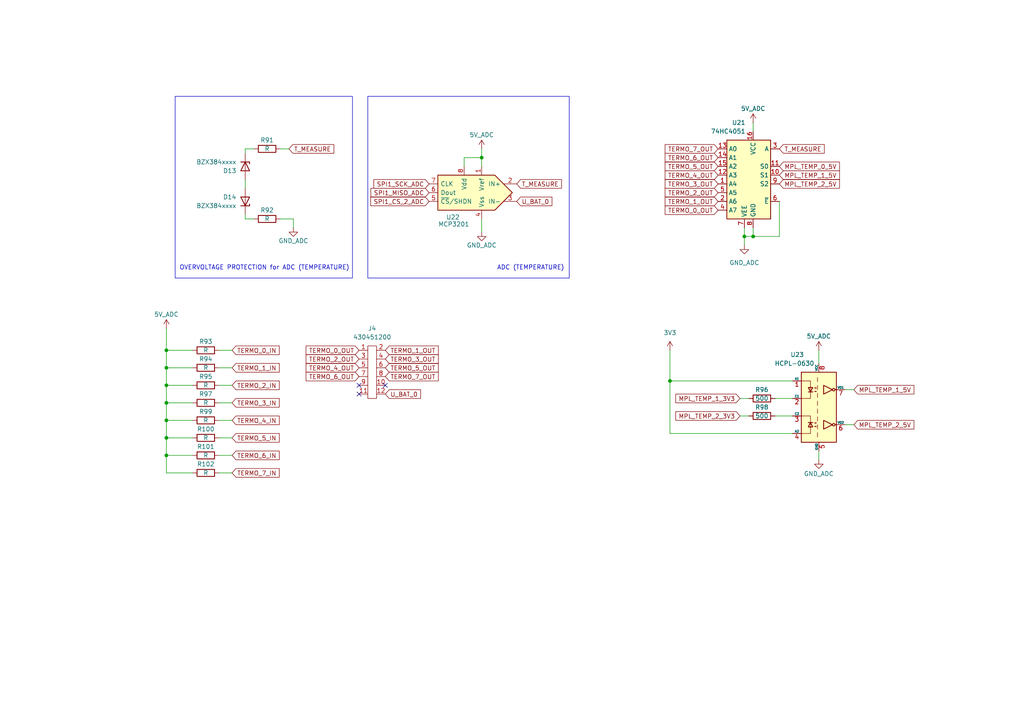
<source format=kicad_sch>
(kicad_sch (version 20250114) (generator "eeschema") (generator_version "9.0")
  (paper "A4")
  (lib_symbols
    (symbol "74xx:74HC4051"
      (property "Reference" "U" (at -5.08 11.43 0))
      (property "Value" "74HC4051" (at -7.62 -13.97 0))
      (symbol "74HC4051_0_1"
        (rectangle (start -5.08 10.16) (end 7.62 -12.7) (stroke (width 0.254)) (fill (type background)))
      )
      (symbol "74HC4051_1_1"
        (pin passive line (at -7.62 7.62 0) (length 2.54) (name "A") (number "3"))
        (pin input line (at -7.62 2.54 0) (length 2.54) (name "S0") (number "11"))
        (pin input line (at -7.62 0 0) (length 2.54) (name "S1") (number "10"))
        (pin input line (at -7.62 -2.54 0) (length 2.54) (name "S2") (number "9"))
        (pin input line (at -7.62 -7.62 0) (length 2.54) (name "~{E}") (number "6"))
        (pin power_in line (at 0 12.7 270) (length 2.54) (name "VCC") (number "16"))
        (pin power_in line (at 0 -15.24 90) (length 2.54) (name "GND") (number "8"))
        (pin power_in line (at 2.54 -15.24 90) (length 2.54) (name "VEE") (number "7"))
        (pin passive line (at 10.16 7.62 180) (length 2.54) (name "A0") (number "13"))
        (pin passive line (at 10.16 5.08 180) (length 2.54) (name "A1") (number "14"))
        (pin passive line (at 10.16 2.54 180) (length 2.54) (name "A2") (number "15"))
        (pin passive line (at 10.16 0 180) (length 2.54) (name "A3") (number "12"))
        (pin passive line (at 10.16 -2.54 180) (length 2.54) (name "A4") (number "1"))
        (pin passive line (at 10.16 -5.08 180) (length 2.54) (name "A5") (number "5"))
        (pin passive line (at 10.16 -7.62 180) (length 2.54) (name "A6") (number "2"))
        (pin passive line (at 10.16 -10.16 180) (length 2.54) (name "A7") (number "4"))
      )
    )
    (symbol "Analog_ADC:MCP3201" (pin_names (offset 0.762))
      (property "Reference" "U" (at 3.81 8.89 0))
      (property "Value" "MCP3201" (at 3.81 6.35 0))
      (symbol "MCP3201_0_0"
        (polyline (pts (xy -11.43 0) (xy -6.35 5.08) (xy 10.16 5.08) (xy 10.16 -5.08) (xy -6.35 -5.08) (xy -11.43 0)) (stroke (width 0.254)) (fill (type background)))
      )
      (symbol "MCP3201_1_1"
        (pin input line (at -12.7 2.54 0) (length 3.81) (name "IN+") (number "2"))
        (pin input line (at -12.7 -2.54 0) (length 3.81) (name "IN-") (number "3"))
        (pin power_in line (at -2.54 7.62 270) (length 2.54) (name "Vref") (number "1"))
        (pin power_in line (at -2.54 -7.62 90) (length 2.54) (name "Vss") (number "4"))
        (pin power_in line (at 2.54 7.62 270) (length 2.54) (name "Vdd") (number "8"))
        (pin input line (at 12.7 2.54 180) (length 2.54) (name "CLK") (number "7"))
        (pin output line (at 12.7 0 180) (length 2.54) (name "Dout") (number "6"))
        (pin input line (at 12.7 -2.54 180) (length 2.54) (name "~{CS}/SHDN") (number "5"))
      )
    )
    (symbol "Device:R" (pin_numbers (hide yes)) (pin_names (offset 0))
      (property "Reference" "R" (at 2.032 0 90))
      (property "Value" "R" (at 0 0 90))
      (symbol "R_0_1"
        (rectangle (start -1.016 -2.54) (end 1.016 2.54) (stroke (width 0.254)))
      )
      (symbol "R_1_1"
        (pin passive line (at 0 3.81 270) (length 1.27) (name "~") (number "1"))
        (pin passive line (at 0 -3.81 90) (length 1.27) (name "~") (number "2"))
      )
    )
    (symbol "Diode:BZX384xxxx" (pin_numbers (hide yes)) (pin_names (hide yes))
      (property "Reference" "D" (at 0 2.54 0))
      (property "Value" "BZX384xxxx" (at 0 -2.54 0))
      (symbol "BZX384xxxx_0_1"
        (polyline (pts (xy -1.27 -1.27) (xy -1.27 1.27) (xy -0.762 1.27)) (stroke (width 0.254)))
        (polyline (pts (xy 1.27 0) (xy -1.27 0)))
        (polyline (pts (xy 1.27 -1.27) (xy 1.27 1.27) (xy -1.27 0) (xy 1.27 -1.27)) (stroke (width 0.254)))
      )
      (symbol "BZX384xxxx_1_1"
        (pin passive line (at -3.81 0 0) (length 2.54) (name "K") (number "1"))
        (pin passive line (at 3.81 0 180) (length 2.54) (name "A") (number "2"))
      )
    )
    (symbol "Isolator:HCPL-0630" (pin_names (offset 0))
      (property "Reference" "U" (at -4.064 11.43 0))
      (property "Value" "HCPL-0630" (at 7.874 11.43 0))
      (symbol "HCPL-0630_0_1"
        (rectangle (start -5.08 10.16) (end 5.08 -10.16) (stroke (width 0.254)) (fill (type background)))
      )
      (symbol "HCPL-0630_1_1"
        (polyline (pts (xy -4.953 7.62) (xy -2.413 7.62) (xy -2.413 4.318)))
        (polyline (pts (xy -4.953 -7.62) (xy -2.413 -7.62) (xy -2.413 -5.715)))
        (polyline (pts (xy -3.048 4.445) (xy -1.778 4.445)) (stroke (width 0.254)))
        (polyline (pts (xy -3.048 -4.445) (xy -1.778 -4.445)) (stroke (width 0.254)))
        (polyline (pts (xy -2.413 4.445) (xy -2.413 2.54) (xy -4.953 2.54)))
        (polyline (pts (xy -2.413 4.445) (xy -3.048 5.715) (xy -1.778 5.715) (xy -2.413 4.445)) (stroke (width 0.254)))
        (polyline (pts (xy -2.413 -4.445) (xy -3.048 -5.715) (xy -1.778 -5.715) (xy -2.413 -4.445)) (stroke (width 0.254)))
        (polyline (pts (xy -2.413 -5.842) (xy -2.413 -2.54) (xy -4.953 -2.54)))
        (polyline (pts (xy -1.397 5.588) (xy -0.635 5.588) (xy -1.016 5.461) (xy -1.016 5.715) (xy -0.635 5.588)) (stroke (width 0.127)))
        (polyline (pts (xy -1.397 4.572) (xy -0.635 4.572) (xy -1.016 4.445) (xy -1.016 4.699) (xy -0.635 4.572)) (stroke (width 0.127)))
        (polyline (pts (xy -1.397 -4.572) (xy -0.635 -4.572) (xy -1.016 -4.699) (xy -1.016 -4.445) (xy -0.635 -4.572)) (stroke (width 0.127)))
        (polyline (pts (xy -1.397 -5.588) (xy -0.635 -5.588) (xy -1.016 -5.715) (xy -1.016 -5.461) (xy -0.635 -5.588)) (stroke (width 0.127)))
        (polyline (pts (xy -0.381 8.636) (xy -0.381 7.366)))
        (polyline (pts (xy -0.381 6.35) (xy -0.381 5.08)))
        (polyline (pts (xy -0.381 4.064) (xy -0.381 2.794)))
        (polyline (pts (xy -0.381 1.778) (xy -0.381 0.508)))
        (polyline (pts (xy -0.381 -0.508) (xy -0.381 -1.778)))
        (polyline (pts (xy -0.381 -2.794) (xy -0.381 -4.064)))
        (polyline (pts (xy -0.381 -5.08) (xy -0.381 -6.35)))
        (polyline (pts (xy -0.381 -7.366) (xy -0.381 -8.636)))
        (polyline (pts (xy 3.937 5.08) (xy 1.397 6.35) (xy 1.397 3.81) (xy 3.937 5.08)) (stroke (width 0.254)))
        (polyline (pts (xy 3.937 -5.08) (xy 1.397 -3.81) (xy 1.397 -6.35) (xy 3.937 -5.08)) (stroke (width 0.254)))
        (circle (center 4.318 5.08) (radius 0.3556) (stroke (width 0.254)))
        (circle (center 4.318 -5.08) (radius 0.3556) (stroke (width 0.254)))
        (polyline (pts (xy 4.699 5.08) (xy 5.334 5.08)) (stroke (width 0.254)))
        (polyline (pts (xy 4.699 -5.08) (xy 5.207 -5.08)) (stroke (width 0.254)))
        (pin passive line (at -7.62 7.62 0) (length 2.54) (name "A1") (number "1"))
        (pin passive line (at -7.62 2.54 0) (length 2.54) (name "C1") (number "2"))
        (pin passive line (at -7.62 -2.54 0) (length 2.54) (name "C2") (number "3"))
        (pin passive line (at -7.62 -7.62 0) (length 2.54) (name "A2") (number "4"))
        (pin power_in line (at 0 12.7 270) (length 2.54) (name "VCC") (number "8"))
        (pin power_in line (at 0 -12.7 90) (length 2.54) (name "GND") (number "5"))
        (pin open_collector line (at 7.62 5.08 180) (length 2.54) (name "VO1") (number "7"))
        (pin open_collector line (at 7.62 -5.08 180) (length 2.54) (name "VO2") (number "6"))
      )
    )
    (symbol "power:+1V1" (power) (pin_numbers (hide yes)) (pin_names (offset 0) (hide yes))
      (property "Value" "+1V1" (at 0 3.556 0))
      (symbol "+1V1_0_1"
        (polyline (pts (xy -0.762 1.27) (xy 0 2.54)))
        (polyline (pts (xy 0 2.54) (xy 0.762 1.27)))
        (polyline (pts (xy 0 0) (xy 0 2.54)))
      )
      (symbol "+1V1_1_1"
        (pin power_in line (at 0 0 90) (length 0) (name "~") (number "1"))
      )
    )
    (symbol "power:GND" (power) (pin_numbers (hide yes)) (pin_names (offset 0) (hide yes))
      (property "Value" "GND" (at 0 -3.81 0))
      (symbol "GND_0_1"
        (polyline (pts (xy 0 0) (xy 0 -1.27) (xy 1.27 -1.27) (xy 0 -2.54) (xy -1.27 -1.27) (xy 0 -1.27)))
      )
      (symbol "GND_1_1"
        (pin power_in line (at 0 0 270) (length 0) (name "~") (number "1"))
      )
    )
    (symbol "user_lib:430451200"
      (property "Reference" "J" (at 0 0.254 0))
      (property "Value" "430451200" (at 0 -1.27 0))
      (symbol "430451200_0_1"
        (rectangle (start -1.27 7.62) (end 1.27 -7.62))
      )
      (symbol "430451200_1_1"
        (pin input line (at -3.81 6.35 0) (length 2.54) (name "") (number "1"))
        (pin input line (at -3.81 3.81 0) (length 2.54) (name "") (number "3"))
        (pin input line (at -3.81 1.27 0) (length 2.54) (name "") (number "5"))
        (pin input line (at -3.81 -1.27 0) (length 2.54) (name "") (number "7"))
        (pin input line (at -3.81 -3.81 0) (length 2.54) (name "") (number "9"))
        (pin input line (at -3.81 -6.35 0) (length 2.54) (name "") (number "11"))
        (pin input line (at 3.81 6.35 180) (length 2.54) (name "") (number "2"))
        (pin input line (at 3.81 3.81 180) (length 2.54) (name "") (number "4"))
        (pin input line (at 3.81 1.27 180) (length 2.54) (name "") (number "6"))
        (pin input line (at 3.81 -1.27 180) (length 2.54) (name "") (number "8"))
        (pin input line (at 3.81 -3.81 180) (length 2.54) (name "") (number "10"))
        (pin input line (at 3.81 -6.35 180) (length 2.54) (name "") (number "12"))
      )
    )
  )
  (rectangle (start 50.8 27.94) (end 102.235 80.645))
  (rectangle (start 106.68 27.94) (end 165.1 80.645))
  (text "ADC (TEMPERATURE)" (at 153.924 77.724 0) (effects (font (size 1.27 1.27))))
  (text "OVERVOLTAGE PROTECTION for ADC (TEMPERATURE)" (at 76.708 77.724 0) (effects (font (size 1.27 1.27))))
  (junction (at 48.26 101.6))
  (junction (at 215.9 68.58))
  (junction (at 48.26 106.68))
  (junction (at 139.7 45.72))
  (junction (at 48.26 116.84))
  (junction (at 48.26 111.76))
  (junction (at 194.31 110.49))
  (junction (at 48.26 132.08))
  (junction (at 218.44 68.58))
  (junction (at 48.26 127))
  (junction (at 48.26 121.92))
  (no_connect (at 104.14 114.3))
  (no_connect (at 111.76 111.76))
  (no_connect (at 104.14 111.76))
  (wire (pts (xy 48.26 101.6) (xy 48.26 106.68)))
  (wire (pts (xy 134.62 45.72) (xy 139.7 45.72)))
  (wire (pts (xy 63.5 127) (xy 67.31 127)))
  (wire (pts (xy 71.12 63.5) (xy 73.66 63.5)))
  (wire (pts (xy 218.44 68.58) (xy 215.9 68.58)))
  (wire (pts (xy 48.26 132.08) (xy 55.88 132.08)))
  (wire (pts (xy 48.26 95.25) (xy 48.26 101.6)))
  (wire (pts (xy 71.12 43.18) (xy 71.12 44.45)))
  (wire (pts (xy 245.11 113.03) (xy 247.65 113.03)))
  (wire (pts (xy 134.62 45.72) (xy 134.62 48.26)))
  (wire (pts (xy 63.5 116.84) (xy 67.31 116.84)))
  (wire (pts (xy 247.65 123.19) (xy 245.11 123.19)))
  (wire (pts (xy 237.49 133.35) (xy 237.49 130.81)))
  (wire (pts (xy 214.63 120.65) (xy 217.17 120.65)))
  (wire (pts (xy 139.7 48.26) (xy 139.7 45.72)))
  (wire (pts (xy 48.26 121.92) (xy 55.88 121.92)))
  (wire (pts (xy 48.26 106.68) (xy 48.26 111.76)))
  (wire (pts (xy 218.44 66.04) (xy 218.44 68.58)))
  (wire (pts (xy 63.5 121.92) (xy 67.31 121.92)))
  (wire (pts (xy 224.79 120.65) (xy 229.87 120.65)))
  (wire (pts (xy 139.7 45.72) (xy 139.7 43.18)))
  (wire (pts (xy 48.26 116.84) (xy 48.26 121.92)))
  (wire (pts (xy 194.31 110.49) (xy 229.87 110.49)))
  (wire (pts (xy 71.12 52.07) (xy 71.12 54.61)))
  (wire (pts (xy 63.5 111.76) (xy 67.31 111.76)))
  (wire (pts (xy 48.26 137.16) (xy 55.88 137.16)))
  (wire (pts (xy 48.26 132.08) (xy 48.26 137.16)))
  (wire (pts (xy 218.44 35.56) (xy 218.44 38.1)))
  (wire (pts (xy 214.63 115.57) (xy 217.17 115.57)))
  (wire (pts (xy 48.26 111.76) (xy 55.88 111.76)))
  (wire (pts (xy 215.9 68.58) (xy 215.9 71.12)))
  (wire (pts (xy 85.09 63.5) (xy 85.09 66.04)))
  (wire (pts (xy 48.26 111.76) (xy 48.26 116.84)))
  (wire (pts (xy 63.5 106.68) (xy 67.31 106.68)))
  (wire (pts (xy 71.12 43.18) (xy 73.66 43.18)))
  (wire (pts (xy 229.87 125.73) (xy 194.31 125.73)))
  (wire (pts (xy 48.26 106.68) (xy 55.88 106.68)))
  (wire (pts (xy 48.26 121.92) (xy 48.26 127)))
  (wire (pts (xy 81.28 43.18) (xy 83.82 43.18)))
  (wire (pts (xy 48.26 116.84) (xy 55.88 116.84)))
  (wire (pts (xy 63.5 132.08) (xy 67.31 132.08)))
  (wire (pts (xy 215.9 68.58) (xy 215.9 66.04)))
  (wire (pts (xy 224.79 115.57) (xy 229.87 115.57)))
  (wire (pts (xy 71.12 63.5) (xy 71.12 62.23)))
  (wire (pts (xy 63.5 137.16) (xy 67.31 137.16)))
  (wire (pts (xy 194.31 110.49) (xy 194.31 125.73)))
  (wire (pts (xy 81.28 63.5) (xy 85.09 63.5)))
  (wire (pts (xy 63.5 101.6) (xy 67.31 101.6)))
  (wire (pts (xy 237.49 101.6) (xy 237.49 105.41)))
  (wire (pts (xy 194.31 101.6) (xy 194.31 110.49)))
  (wire (pts (xy 48.26 101.6) (xy 55.88 101.6)))
  (wire (pts (xy 226.06 58.42) (xy 226.06 68.58)))
  (wire (pts (xy 48.26 127) (xy 48.26 132.08)))
  (wire (pts (xy 48.26 127) (xy 55.88 127)))
  (wire (pts (xy 139.7 63.5) (xy 139.7 67.31)))
  (wire (pts (xy 226.06 68.58) (xy 218.44 68.58)))
  (global_label "MPL_TEMP_2_5V" (shape input) (at 247.65 123.19 0) (property "Intersheetrefs" "${INTERSHEET_REFS}" (at 265.6331 123.19 0) (effects (justify left))))
  (global_label "TERMO_6_OUT" (shape input) (at 104.14 109.22 180) (property "Intersheetrefs" "${INTERSHEET_REFS}" (at 88.213 109.22 0) (effects (justify right))))
  (global_label "U_BAT_0" (shape input) (at 149.86 58.42 0) (property "Intersheetrefs" "${INTERSHEET_REFS}" (at 160.6466 58.42 0) (effects (justify left))))
  (global_label "SPI1_SCK_ADC" (shape input) (at 124.46 53.34 180) (property "Intersheetrefs" "${INTERSHEET_REFS}" (at 107.8677 53.34 0) (effects (justify right))))
  (global_label "MPL_TEMP_1_5V" (shape input) (at 226.06 50.8 0) (property "Intersheetrefs" "${INTERSHEET_REFS}" (at 244.0431 50.8 0) (effects (justify left))))
  (global_label "MPL_TEMP_1_5V" (shape input) (at 247.65 113.03 0) (property "Intersheetrefs" "${INTERSHEET_REFS}" (at 265.6331 113.03 0) (effects (justify left))))
  (global_label "TERMO_2_OUT" (shape input) (at 208.28 55.88 180) (property "Intersheetrefs" "${INTERSHEET_REFS}" (at 192.353 55.88 0) (effects (justify right))))
  (global_label "TERMO_0_OUT" (shape input) (at 208.28 60.96 180) (property "Intersheetrefs" "${INTERSHEET_REFS}" (at 192.353 60.96 0) (effects (justify right))))
  (global_label "TERMO_4_OUT" (shape input) (at 208.28 50.8 180) (property "Intersheetrefs" "${INTERSHEET_REFS}" (at 192.353 50.8 0) (effects (justify right))))
  (global_label "TERMO_1_OUT" (shape input) (at 208.28 58.42 180) (property "Intersheetrefs" "${INTERSHEET_REFS}" (at 192.353 58.42 0) (effects (justify right))))
  (global_label "MPL_TEMP_0_5V" (shape input) (at 226.06 48.26 0) (property "Intersheetrefs" "${INTERSHEET_REFS}" (at 244.0431 48.26 0) (effects (justify left))))
  (global_label "MPL_TEMP_2_5V" (shape input) (at 226.06 53.34 0) (property "Intersheetrefs" "${INTERSHEET_REFS}" (at 244.0431 53.34 0) (effects (justify left))))
  (global_label "U_BAT_0" (shape input) (at 111.76 114.3 0) (property "Intersheetrefs" "${INTERSHEET_REFS}" (at 122.5466 114.3 0) (effects (justify left))))
  (global_label "SPI1_MISO_ADC" (shape input) (at 124.46 55.88 180) (property "Intersheetrefs" "${INTERSHEET_REFS}" (at 107.021 55.88 0) (effects (justify right))))
  (global_label "TERMO_1_OUT" (shape input) (at 111.76 101.6 0) (property "Intersheetrefs" "${INTERSHEET_REFS}" (at 127.687 101.6 0) (effects (justify left))))
  (global_label "TERMO_7_OUT" (shape input) (at 208.28 43.18 180) (property "Intersheetrefs" "${INTERSHEET_REFS}" (at 192.353 43.18 0) (effects (justify right))))
  (global_label "TERMO_7_IN" (shape input) (at 67.31 137.16 0) (property "Intersheetrefs" "${INTERSHEET_REFS}" (at 81.5437 137.16 0) (effects (justify left))))
  (global_label "TERMO_5_OUT" (shape input) (at 208.28 48.26 180) (property "Intersheetrefs" "${INTERSHEET_REFS}" (at 192.353 48.26 0) (effects (justify right))))
  (global_label "TERMO_2_OUT" (shape input) (at 104.14 104.14 180) (property "Intersheetrefs" "${INTERSHEET_REFS}" (at 88.213 104.14 0) (effects (justify right))))
  (global_label "TERMO_2_IN" (shape input) (at 67.31 111.76 0) (property "Intersheetrefs" "${INTERSHEET_REFS}" (at 81.5437 111.76 0) (effects (justify left))))
  (global_label "TERMO_3_OUT" (shape input) (at 111.76 104.14 0) (property "Intersheetrefs" "${INTERSHEET_REFS}" (at 127.687 104.14 0) (effects (justify left))))
  (global_label "SPI1_CS_2_ADC" (shape input) (at 124.46 58.42 180) (property "Intersheetrefs" "${INTERSHEET_REFS}" (at 106.9606 58.42 0) (effects (justify right))))
  (global_label "T_MEASURE" (shape input) (at 83.82 43.18 0) (property "Intersheetrefs" "${INTERSHEET_REFS}" (at 97.3884 43.18 0) (effects (justify left))))
  (global_label "T_MEASURE" (shape input) (at 149.86 53.34 0) (property "Intersheetrefs" "${INTERSHEET_REFS}" (at 163.4284 53.34 0) (effects (justify left))))
  (global_label "MPL_TEMP_1_3V3" (shape input) (at 214.63 115.57 180) (property "Intersheetrefs" "${INTERSHEET_REFS}" (at 195.4374 115.57 0) (effects (justify right))))
  (global_label "TERMO_0_IN" (shape input) (at 67.31 101.6 0) (property "Intersheetrefs" "${INTERSHEET_REFS}" (at 81.5437 101.6 0) (effects (justify left))))
  (global_label "TERMO_4_IN" (shape input) (at 67.31 121.92 0) (property "Intersheetrefs" "${INTERSHEET_REFS}" (at 81.5437 121.92 0) (effects (justify left))))
  (global_label "TERMO_6_OUT" (shape input) (at 208.28 45.72 180) (property "Intersheetrefs" "${INTERSHEET_REFS}" (at 192.353 45.72 0) (effects (justify right))))
  (global_label "TERMO_0_OUT" (shape input) (at 104.14 101.6 180) (property "Intersheetrefs" "${INTERSHEET_REFS}" (at 88.213 101.6 0) (effects (justify right))))
  (global_label "T_MEASURE" (shape input) (at 226.06 43.18 0) (property "Intersheetrefs" "${INTERSHEET_REFS}" (at 239.6284 43.18 0) (effects (justify left))))
  (global_label "TERMO_4_OUT" (shape input) (at 104.14 106.68 180) (property "Intersheetrefs" "${INTERSHEET_REFS}" (at 88.213 106.68 0) (effects (justify right))))
  (global_label "TERMO_5_IN" (shape input) (at 67.31 127 0) (property "Intersheetrefs" "${INTERSHEET_REFS}" (at 81.5437 127 0) (effects (justify left))))
  (global_label "TERMO_3_IN" (shape input) (at 67.31 116.84 0) (property "Intersheetrefs" "${INTERSHEET_REFS}" (at 81.5437 116.84 0) (effects (justify left))))
  (global_label "TERMO_7_OUT" (shape input) (at 111.76 109.22 0) (property "Intersheetrefs" "${INTERSHEET_REFS}" (at 127.687 109.22 0) (effects (justify left))))
  (global_label "MPL_TEMP_2_3V3" (shape input) (at 214.63 120.65 180) (property "Intersheetrefs" "${INTERSHEET_REFS}" (at 195.4374 120.65 0) (effects (justify right))))
  (global_label "TERMO_6_IN" (shape input) (at 67.31 132.08 0) (property "Intersheetrefs" "${INTERSHEET_REFS}" (at 81.5437 132.08 0) (effects (justify left))))
  (global_label "TERMO_1_IN" (shape input) (at 67.31 106.68 0) (property "Intersheetrefs" "${INTERSHEET_REFS}" (at 81.5437 106.68 0) (effects (justify left))))
  (global_label "TERMO_3_OUT" (shape input) (at 208.28 53.34 180) (property "Intersheetrefs" "${INTERSHEET_REFS}" (at 192.353 53.34 0) (effects (justify right))))
  (global_label "TERMO_5_OUT" (shape input) (at 111.76 106.68 0) (property "Intersheetrefs" "${INTERSHEET_REFS}" (at 127.687 106.68 0) (effects (justify left))))
  (symbol (lib_id "Analog_ADC:MCP3201") (at 137.16 55.88 0) (mirror y) (unit 1)
    (property "Reference" "U22" (at 133.35 62.992 0) (effects (justify left)))
    (property "Value" "MCP3201" (at 136.144 65.024 0) (effects (justify left)))
    (property "Footprint" "Package_SO:SO-8_3.9x4.9mm_P1.27mm" (effects (hide yes)))
    (property "Datasheet" "http://ww1.microchip.com/downloads/en/DeviceDoc/21290D.pdf" (effects (hide yes)))
    (property "Description" "2.7V 12-Bit A/D Converter with SPI™ Serial Interface, PDIP-8/SOIC-8/MSOP-8/TSSOP-8" (effects (hide yes)))
  )
  (symbol (lib_id "Device:R") (at 59.69 121.92 90) (unit 1)
    (property "Reference" "R99" (at 59.69 119.38 90))
    (property "Value" "R" (at 59.69 121.92 90))
    (property "Footprint" "Resistor_SMD:R_0603_1608Metric" (effects (hide yes)))
    (property "Мин. кол-во" "1000" (effects (hide yes)))
    (property "Ссылка" "https://www.promelec.ru/product/344748/" (effects (hide yes)))
    (property "Цена" "1" (effects (hide yes)))
    (property "Человекопонятное название" "Толстопленочный ЧИП-резистор 0603 10кОм" (effects (hide yes)))
  )
  (symbol (lib_id "Diode:BZX384xxxx") (at 71.12 48.26 270) (unit 1)
    (property "Reference" "D13" (at 68.58 49.5301 90) (effects (justify right)))
    (property "Value" "BZX384xxxx" (at 68.58 46.9901 90) (effects (justify right)))
    (property "Footprint" "Diode_SMD:D_SOD-323_HandSoldering" (effects (hide yes)))
    (property "Datasheet" "https://www.vishay.com/docs/85764/bzx384.pdf" (effects (hide yes)))
    (property "Description" "300mW Zener Diode, SOD-323" (effects (hide yes)))
  )
  (symbol (lib_id "power:GND") (at 85.09 66.04 0) (unit 1)
    (property "Reference" "#PWR059" (effects (hide yes)))
    (property "Value" "GND_ADC" (at 80.772 69.85 0) (effects (justify left)))
    (property "Description" "Power symbol creates a global label with name \"GND\" , ground" (effects (hide yes)))
  )
  (symbol (lib_id "power:+1V1") (at 194.31 101.6 0) (unit 1)
    (property "Reference" "#PWR063" (effects (hide yes)))
    (property "Value" "3V3" (at 194.31 96.52 0))
    (property "Description" "Power symbol creates a global label with name \"+1V1\"" (effects (hide yes)))
  )
  (symbol (lib_id "74xx:74HC4051") (at 218.44 50.8 0) (mirror y) (unit 1)
    (property "Reference" "U21" (at 216.2459 35.56 0) (effects (justify left)))
    (property "Value" "74HC4051" (at 216.2459 38.1 0) (effects (justify left)))
    (property "Footprint" "Package_SO:TSSOP-16_4.4x5mm_P0.65mm" (effects (hide yes)))
    (property "Datasheet" "http://www.ti.com/lit/ds/symlink/cd74hc4051.pdf" (effects (hide yes)))
    (property "Description" "8-channel analog multiplexer/demultiplexer, DIP-16/SOIC-16/TSSOP-16" (effects (hide yes)))
  )
  (symbol (lib_id "Device:R") (at 220.98 120.65 90) (unit 1)
    (property "Reference" "R98" (at 220.98 118.11 90))
    (property "Value" "500" (at 220.98 120.65 90))
    (property "Footprint" "Resistor_SMD:R_0603_1608Metric" (effects (hide yes)))
    (property "Мин. кол-во" "1000" (effects (hide yes)))
    (property "Ссылка" "https://www.promelec.ru/product/344748/" (effects (hide yes)))
    (property "Цена" "1" (effects (hide yes)))
    (property "Человекопонятное название" "Толстопленочный ЧИП-резистор 0603 10кОм" (effects (hide yes)))
  )
  (symbol (lib_id "power:GND") (at 139.7 67.31 0) (unit 1)
    (property "Reference" "#PWR060" (effects (hide yes)))
    (property "Value" "GND_ADC" (at 135.382 71.12 0) (effects (justify left)))
    (property "Description" "Power symbol creates a global label with name \"GND\" , ground" (effects (hide yes)))
  )
  (symbol (lib_id "power:+1V1") (at 237.49 101.6 0) (mirror y) (unit 1)
    (property "Reference" "#PWR064" (effects (hide yes)))
    (property "Value" "5V_ADC" (at 241.046 97.536 0) (effects (justify left)))
    (property "Description" "Power symbol creates a global label with name \"+1V1\"" (effects (hide yes)))
  )
  (symbol (lib_id "power:+1V1") (at 218.44 35.56 0) (unit 1)
    (property "Reference" "#PWR057" (effects (hide yes)))
    (property "Value" "5V_ADC" (at 214.884 31.496 0) (effects (justify left)))
    (property "Description" "Power symbol creates a global label with name \"+1V1\"" (effects (hide yes)))
  )
  (symbol (lib_id "Device:R") (at 77.47 63.5 90) (unit 1)
    (property "Reference" "R92" (at 77.47 60.96 90))
    (property "Value" "R" (at 77.47 63.5 90))
    (property "Footprint" "Resistor_SMD:R_0603_1608Metric" (effects (hide yes)))
    (property "Мин. кол-во" "1000" (effects (hide yes)))
    (property "Ссылка" "https://www.promelec.ru/product/344748/" (effects (hide yes)))
    (property "Цена" "1" (effects (hide yes)))
    (property "Человекопонятное название" "Толстопленочный ЧИП-резистор 0603 10кОм" (effects (hide yes)))
  )
  (symbol (lib_id "Isolator:HCPL-0630") (at 237.49 118.11 0) (unit 1)
    (property "Reference" "U23" (at 229.235 102.87 0) (effects (justify left)))
    (property "Value" "HCPL-0630" (at 224.663 105.41 0) (effects (justify left)))
    (property "Footprint" "Package_SO:SOIC-8_3.9x4.9mm_P1.27mm" (effects (hide yes)))
    (property "Datasheet" "https://docs.broadcom.com/docs/AV02-0940EN" (effects (hide yes)))
    (property "Description" "Dual High Speed LSTTL/TTL Compatible Optocoupler, dV/dt 5000/us, VCM 1000, max 7V VCC, SOIC-8" (effects (hide yes)))
  )
  (symbol (lib_id "user_lib:430451200") (at 107.95 107.95 0) (unit 1)
    (property "Reference" "J4" (at 107.95 95.25 0))
    (property "Value" "430451200" (at 107.95 97.79 0))
    (property "Footprint" "Connector_Molex:Molex_Micro-Fit_3.0_43045-1200_2x06_P3.00mm_Horizontal" (effects (hide yes)))
  )
  (symbol (lib_id "Device:R") (at 77.47 43.18 90) (unit 1)
    (property "Reference" "R91" (at 77.47 40.64 90))
    (property "Value" "R" (at 77.47 43.18 90))
    (property "Footprint" "Resistor_SMD:R_0603_1608Metric" (effects (hide yes)))
    (property "Мин. кол-во" "1000" (effects (hide yes)))
    (property "Ссылка" "https://www.promelec.ru/product/344748/" (effects (hide yes)))
    (property "Цена" "1" (effects (hide yes)))
    (property "Человекопонятное название" "Толстопленочный ЧИП-резистор 0603 10кОм" (effects (hide yes)))
  )
  (symbol (lib_id "Diode:BZX384xxxx") (at 71.12 58.42 270) (mirror x) (unit 1)
    (property "Reference" "D14" (at 68.58 57.1499 90) (effects (justify right)))
    (property "Value" "BZX384xxxx" (at 68.58 59.6899 90) (effects (justify right)))
    (property "Footprint" "Diode_SMD:D_SOD-323_HandSoldering" (effects (hide yes)))
    (property "Datasheet" "https://www.vishay.com/docs/85764/bzx384.pdf" (effects (hide yes)))
    (property "Description" "300mW Zener Diode, SOD-323" (effects (hide yes)))
  )
  (symbol (lib_id "Device:R") (at 59.69 106.68 90) (unit 1)
    (property "Reference" "R94" (at 59.69 104.14 90))
    (property "Value" "R" (at 59.69 106.68 90))
    (property "Footprint" "Resistor_SMD:R_0603_1608Metric" (effects (hide yes)))
    (property "Мин. кол-во" "1000" (effects (hide yes)))
    (property "Ссылка" "https://www.promelec.ru/product/344748/" (effects (hide yes)))
    (property "Цена" "1" (effects (hide yes)))
    (property "Человекопонятное название" "Толстопленочный ЧИП-резистор 0603 10кОм" (effects (hide yes)))
  )
  (symbol (lib_id "Device:R") (at 59.69 132.08 90) (unit 1)
    (property "Reference" "R101" (at 59.69 129.54 90))
    (property "Value" "R" (at 59.69 132.08 90))
    (property "Footprint" "Resistor_SMD:R_0603_1608Metric" (effects (hide yes)))
    (property "Мин. кол-во" "1000" (effects (hide yes)))
    (property "Ссылка" "https://www.promelec.ru/product/344748/" (effects (hide yes)))
    (property "Цена" "1" (effects (hide yes)))
    (property "Человекопонятное название" "Толстопленочный ЧИП-резистор 0603 10кОм" (effects (hide yes)))
  )
  (symbol (lib_id "power:+1V1") (at 139.7 43.18 0) (unit 1)
    (property "Reference" "#PWR058" (effects (hide yes)))
    (property "Value" "5V_ADC" (at 136.144 39.116 0) (effects (justify left)))
    (property "Description" "Power symbol creates a global label with name \"+1V1\"" (effects (hide yes)))
  )
  (symbol (lib_id "power:GND") (at 215.9 71.12 0) (unit 1)
    (property "Reference" "#PWR061" (effects (hide yes)))
    (property "Value" "GND_ADC" (at 215.9 76.2 0))
    (property "Description" "Power symbol creates a global label with name \"GND\" , ground" (effects (hide yes)))
  )
  (symbol (lib_id "Device:R") (at 220.98 115.57 90) (unit 1)
    (property "Reference" "R96" (at 220.98 113.03 90))
    (property "Value" "500" (at 220.98 115.57 90))
    (property "Footprint" "Resistor_SMD:R_0603_1608Metric" (effects (hide yes)))
    (property "Мин. кол-во" "1000" (effects (hide yes)))
    (property "Ссылка" "https://www.promelec.ru/product/344748/" (effects (hide yes)))
    (property "Цена" "1" (effects (hide yes)))
    (property "Человекопонятное название" "Толстопленочный ЧИП-резистор 0603 10кОм" (effects (hide yes)))
  )
  (symbol (lib_id "Device:R") (at 59.69 111.76 90) (unit 1)
    (property "Reference" "R95" (at 59.69 109.22 90))
    (property "Value" "R" (at 59.69 111.76 90))
    (property "Footprint" "Resistor_SMD:R_0603_1608Metric" (effects (hide yes)))
    (property "Мин. кол-во" "1000" (effects (hide yes)))
    (property "Ссылка" "https://www.promelec.ru/product/344748/" (effects (hide yes)))
    (property "Цена" "1" (effects (hide yes)))
    (property "Человекопонятное название" "Толстопленочный ЧИП-резистор 0603 10кОм" (effects (hide yes)))
  )
  (symbol (lib_id "power:GND") (at 237.49 133.35 0) (unit 1)
    (property "Reference" "#PWR065" (effects (hide yes)))
    (property "Value" "GND_ADC" (at 237.49 137.414 0))
    (property "Description" "Power symbol creates a global label with name \"GND\" , ground" (effects (hide yes)))
  )
  (symbol (lib_id "Device:R") (at 59.69 137.16 90) (unit 1)
    (property "Reference" "R102" (at 59.69 134.62 90))
    (property "Value" "R" (at 59.69 137.16 90))
    (property "Footprint" "Resistor_SMD:R_0603_1608Metric" (effects (hide yes)))
    (property "Мин. кол-во" "1000" (effects (hide yes)))
    (property "Ссылка" "https://www.promelec.ru/product/344748/" (effects (hide yes)))
    (property "Цена" "1" (effects (hide yes)))
    (property "Человекопонятное название" "Толстопленочный ЧИП-резистор 0603 10кОм" (effects (hide yes)))
  )
  (symbol (lib_id "Device:R") (at 59.69 127 90) (unit 1)
    (property "Reference" "R100" (at 59.69 124.46 90))
    (property "Value" "R" (at 59.69 127 90))
    (property "Footprint" "Resistor_SMD:R_0603_1608Metric" (effects (hide yes)))
    (property "Мин. кол-во" "1000" (effects (hide yes)))
    (property "Ссылка" "https://www.promelec.ru/product/344748/" (effects (hide yes)))
    (property "Цена" "1" (effects (hide yes)))
    (property "Человекопонятное название" "Толстопленочный ЧИП-резистор 0603 10кОм" (effects (hide yes)))
  )
  (symbol (lib_id "Device:R") (at 59.69 101.6 90) (unit 1)
    (property "Reference" "R93" (at 59.69 99.06 90))
    (property "Value" "R" (at 59.69 101.6 90))
    (property "Footprint" "Resistor_SMD:R_0603_1608Metric" (effects (hide yes)))
    (property "Мин. кол-во" "1000" (effects (hide yes)))
    (property "Ссылка" "https://www.promelec.ru/product/344748/" (effects (hide yes)))
    (property "Цена" "1" (effects (hide yes)))
    (property "Человекопонятное название" "Толстопленочный ЧИП-резистор 0603 10кОм" (effects (hide yes)))
  )
  (symbol (lib_id "Device:R") (at 59.69 116.84 90) (unit 1)
    (property "Reference" "R97" (at 59.69 114.3 90))
    (property "Value" "R" (at 59.69 116.84 90))
    (property "Footprint" "Resistor_SMD:R_0603_1608Metric" (effects (hide yes)))
    (property "Мин. кол-во" "1000" (effects (hide yes)))
    (property "Ссылка" "https://www.promelec.ru/product/344748/" (effects (hide yes)))
    (property "Цена" "1" (effects (hide yes)))
    (property "Человекопонятное название" "Толстопленочный ЧИП-резистор 0603 10кОм" (effects (hide yes)))
  )
  (symbol (lib_id "power:+1V1") (at 48.26 95.25 0) (unit 1)
    (property "Reference" "#PWR062" (effects (hide yes)))
    (property "Value" "5V_ADC" (at 44.704 91.186 0) (effects (justify left)))
    (property "Description" "Power symbol creates a global label with name \"+1V1\"" (effects (hide yes)))
  )
)
</source>
